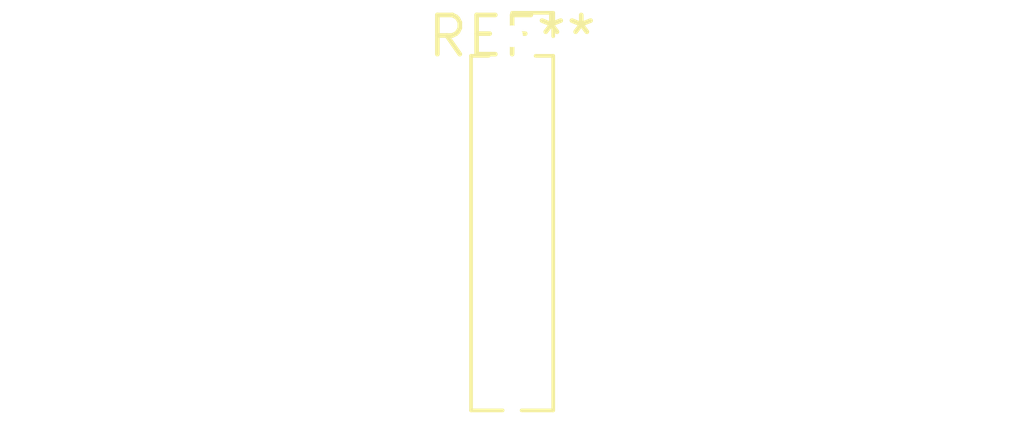
<source format=kicad_pcb>
(kicad_pcb (version 20240108) (generator pcbnew)
  (layers (0 "F.Cu" signal) (31 "B.Cu" signal) (34 "B.Paste" user) (35 "F.Paste" user) (36 "B.SilkS" user "B.Silkscreen") (37 "F.SilkS" user "F.Silkscreen") (38 "B.Mask" user) (39 "F.Mask" user) (44 "Edge.Cuts" user))
  (net 0 "")
  (footprint "PinSocket_1x10_P1.27mm_Vertical" (layer "F.Cu") (at 0 0)
    (property "Reference" "REF**")
    (property "Value" "PinSocket_1x10_P1.27mm_Vertical")
    (fp_line (start -1.33 0.635) (end -1.33 12.125) (layer "F.SilkS") (stroke (width 0.12)))
    (fp_line (start -1.33 0.635) (end -0.76 0.635) (layer "F.SilkS") (stroke (width 0.12)))
    (fp_line (start -1.33 12.125) (end -0.30753 12.125) (layer "F.SilkS") (stroke (width 0.12)))
    (fp_line (start 0 -0.76) (end 1.33 -0.76) (layer "F.SilkS") (stroke (width 0.12)))
    (fp_line (start 0.30753 12.125) (end 1.33 12.125) (layer "F.SilkS") (stroke (width 0.12)))
    (fp_line (start 0.76 0.635) (end 1.33 0.635) (layer "F.SilkS") (stroke (width 0.12)))
    (fp_line (start 1.33 -0.76) (end 1.33 0) (layer "F.SilkS") (stroke (width 0.12)))
    (fp_line (start 1.33 0.635) (end 1.33 12.125) (layer "F.SilkS") (stroke (width 0.12)))
    (pad "1" thru_hole rect (at 0 0) (size 1 1) (drill 0.7) (layers *.Cu *.Mask) (remove_unused_layers))
    (pad "2" thru_hole oval (at 0 1.27) (size 1 1) (drill 0.7) (layers *.Cu *.Mask) (remove_unused_layers))
    (pad "3" thru_hole oval (at 0 2.54) (size 1 1) (drill 0.7) (layers *.Cu *.Mask) (remove_unused_layers))
    (pad "4" thru_hole oval (at 0 3.81) (size 1 1) (drill 0.7) (layers *.Cu *.Mask) (remove_unused_layers))
    (pad "5" thru_hole oval (at 0 5.08) (size 1 1) (drill 0.7) (layers *.Cu *.Mask) (remove_unused_layers))
    (pad "6" thru_hole oval (at 0 6.35) (size 1 1) (drill 0.7) (layers *.Cu *.Mask) (remove_unused_layers))
    (pad "7" thru_hole oval (at 0 7.62) (size 1 1) (drill 0.7) (layers *.Cu *.Mask) (remove_unused_layers))
    (pad "8" thru_hole oval (at 0 8.89) (size 1 1) (drill 0.7) (layers *.Cu *.Mask) (remove_unused_layers))
    (pad "9" thru_hole oval (at 0 10.16) (size 1 1) (drill 0.7) (layers *.Cu *.Mask) (remove_unused_layers))
    (pad "10" thru_hole oval (at 0 11.43) (size 1 1) (drill 0.7) (layers *.Cu *.Mask) (remove_unused_layers))
  )
)
</source>
